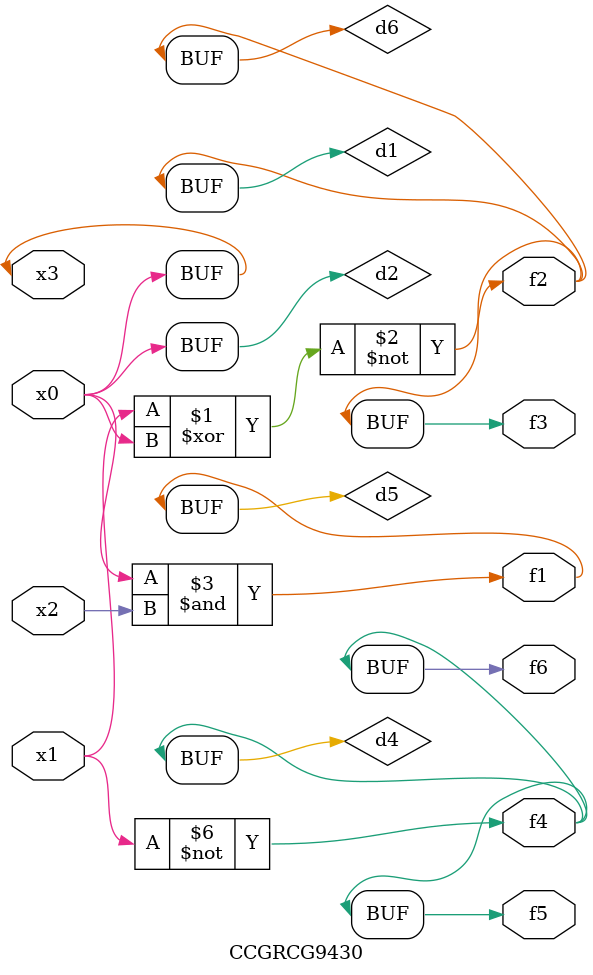
<source format=v>
module CCGRCG9430(
	input x0, x1, x2, x3,
	output f1, f2, f3, f4, f5, f6
);

	wire d1, d2, d3, d4, d5, d6;

	xnor (d1, x1, x3);
	buf (d2, x0, x3);
	nand (d3, x0, x2);
	not (d4, x1);
	nand (d5, d3);
	or (d6, d1);
	assign f1 = d5;
	assign f2 = d6;
	assign f3 = d6;
	assign f4 = d4;
	assign f5 = d4;
	assign f6 = d4;
endmodule

</source>
